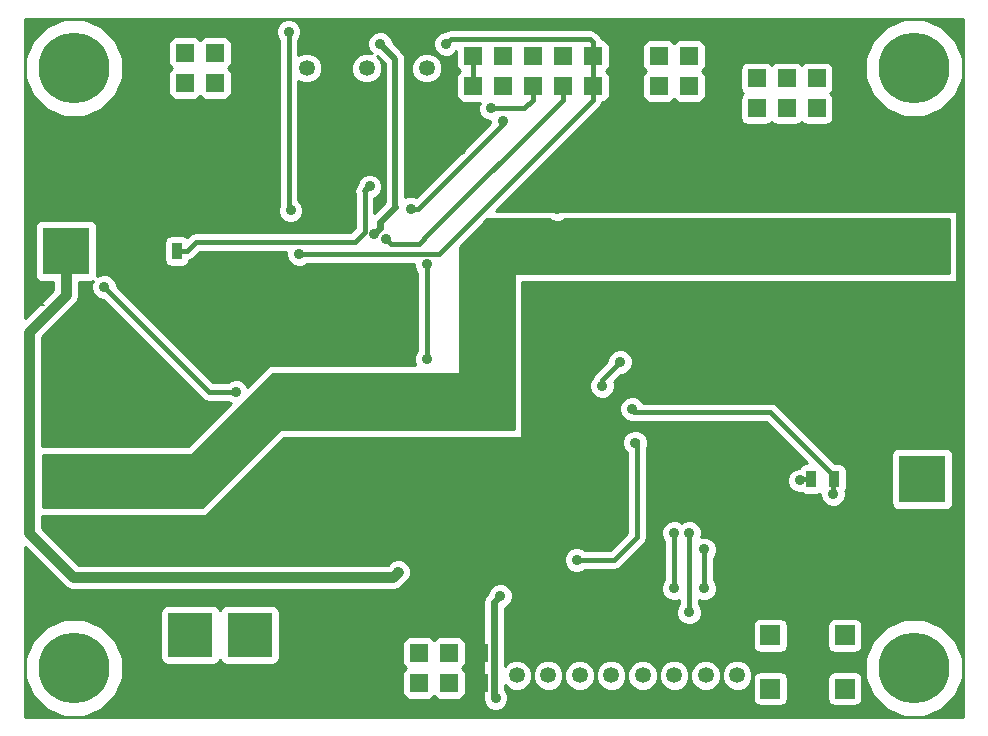
<source format=gbr>
G04 #@! TF.FileFunction,Copper,L1,Top,Signal*
%FSLAX46Y46*%
G04 Gerber Fmt 4.6, Leading zero omitted, Abs format (unit mm)*
G04 Created by KiCad (PCBNEW (2015-05-13 BZR 5653)-product) date 18. 11. 2015 7:39:15*
%MOMM*%
G01*
G04 APERTURE LIST*
%ADD10C,0.300000*%
%ADD11R,4.000000X4.000000*%
%ADD12C,1.350000*%
%ADD13R,1.524000X1.524000*%
%ADD14R,3.810000X3.810000*%
%ADD15C,6.000000*%
%ADD16R,0.889000X1.397000*%
%ADD17R,1.676400X1.676400*%
%ADD18C,0.600000*%
%ADD19C,0.890000*%
%ADD20C,0.400000*%
%ADD21C,0.890000*%
%ADD22C,0.180000*%
%ADD23C,0.600000*%
%ADD24C,0.500000*%
%ADD25C,0.254000*%
G04 APERTURE END LIST*
D10*
D11*
X4390000Y40384000D03*
X76890000Y40384000D03*
X4390000Y21084000D03*
X76890000Y21084000D03*
D12*
X24765000Y55880000D03*
X29845000Y55880000D03*
X34925000Y55880000D03*
X42545000Y4445000D03*
X45212000Y4445000D03*
X47879000Y4445000D03*
X50546000Y4445000D03*
X53213000Y4445000D03*
X55880000Y4445000D03*
X58547000Y4445000D03*
D13*
X19558000Y57150000D03*
X19558000Y54610000D03*
X17018000Y57150000D03*
X17018000Y54610000D03*
X14478000Y57150000D03*
X14478000Y54610000D03*
X11938000Y57150000D03*
X11938000Y54610000D03*
X49022000Y54356000D03*
X49022000Y56896000D03*
X38862000Y56896000D03*
X38862000Y54356000D03*
X43942000Y54356000D03*
X43942000Y56896000D03*
X46482000Y54356000D03*
X46482000Y56896000D03*
X41402000Y54356000D03*
X41402000Y56896000D03*
X31750000Y3810000D03*
X31750000Y6350000D03*
X34290000Y3810000D03*
X34290000Y6350000D03*
X36830000Y3810000D03*
X36830000Y6350000D03*
X39370000Y3810000D03*
X39370000Y6350000D03*
D14*
X14939000Y7874000D03*
X19939000Y7874000D03*
X14939000Y2921000D03*
X19939000Y2921000D03*
D13*
X62865000Y52451000D03*
X62865000Y54991000D03*
X65405000Y52451000D03*
X65405000Y54991000D03*
X67945000Y52451000D03*
X67945000Y54991000D03*
X59690000Y56896000D03*
X59690000Y54356000D03*
X57150000Y56896000D03*
X57150000Y54356000D03*
X54610000Y56896000D03*
X54610000Y54356000D03*
X52070000Y56896000D03*
X52070000Y54356000D03*
D15*
X76200000Y5080000D03*
X5080000Y55880000D03*
X5080000Y5080000D03*
X76200000Y55880000D03*
D16*
X11874500Y40386000D03*
X13779500Y40386000D03*
X69405500Y21082000D03*
X67500500Y21082000D03*
D17*
X70333000Y7838000D03*
X70333000Y3338000D03*
X64033000Y7838000D03*
X64033000Y3338000D03*
D13*
X70485000Y52451000D03*
X70485000Y54991000D03*
D18*
X27686000Y42545000D03*
X27686000Y44831000D03*
X26416000Y44831000D03*
X26416000Y42545000D03*
X27051000Y43688000D03*
D12*
X61214000Y4445000D03*
D19*
X51308000Y30988000D03*
X49784000Y28956000D03*
X18796000Y28448000D03*
X7620000Y37338000D03*
X32512000Y13208000D03*
X45974000Y43942000D03*
X45974000Y44958000D03*
X44450000Y45212000D03*
X42926000Y45212000D03*
X44704000Y46736000D03*
X64389000Y9652000D03*
X65532000Y9652000D03*
X68199000Y9144000D03*
X66548000Y9144000D03*
X59690000Y20320000D03*
X58420000Y21590000D03*
X56515000Y23495000D03*
X61468000Y18542000D03*
X65913000Y14859000D03*
X14478000Y42926000D03*
X12192000Y1524000D03*
X12192000Y3048000D03*
X12192000Y4318000D03*
X44704000Y18288000D03*
X46736000Y17780000D03*
X42418000Y16002000D03*
X42418000Y13208000D03*
X34030920Y16002000D03*
X36449000Y16002000D03*
X31623000Y16002000D03*
X24892000Y16002000D03*
X28194000Y16002000D03*
X10666806Y24765000D03*
X8890000Y24765000D03*
X12446000Y24765000D03*
X12446000Y26035000D03*
X9652000Y33147000D03*
X14224000Y33147000D03*
X15748000Y33147000D03*
X73787000Y50292000D03*
X72517000Y50292000D03*
X71501000Y50292000D03*
X70358000Y50292000D03*
X39370000Y15240000D03*
X39370000Y13716000D03*
X39370000Y11938000D03*
X18542000Y42418000D03*
X17526000Y42418000D03*
X9144000Y40386000D03*
X10541000Y40386000D03*
X10414000Y45720000D03*
X11684000Y45720000D03*
X11684000Y44450000D03*
X27686000Y21590000D03*
X26416000Y21590000D03*
X52578000Y37211000D03*
X51689000Y36322000D03*
X50800000Y35433000D03*
X55499000Y48133000D03*
X56134000Y48768000D03*
X56769000Y49403000D03*
X57404000Y50038000D03*
X9906000Y52578000D03*
X9906000Y53848000D03*
X9906000Y55118000D03*
X9906000Y56261000D03*
X9906000Y57404000D03*
X46228000Y48260000D03*
X37846000Y48895000D03*
X36703000Y48895000D03*
X35814000Y47752000D03*
X34671000Y47752000D03*
X35433000Y48895000D03*
X34290000Y48895000D03*
X16510000Y43180000D03*
X15494000Y42418000D03*
X14224000Y43942000D03*
X12954000Y43942000D03*
X24910607Y50101500D03*
X69469000Y14859000D03*
X43180000Y24003000D03*
X44196000Y25019000D03*
X48133000Y29845000D03*
X46609000Y30607000D03*
X52832000Y30861000D03*
X50165000Y22098000D03*
X50927000Y21209000D03*
X29972000Y21590000D03*
X31242000Y21590000D03*
X32258000Y21590000D03*
X28956000Y21590000D03*
X22987000Y2921000D03*
X24257000Y2921000D03*
X25400000Y2921000D03*
X26543000Y2921000D03*
X27686000Y2921000D03*
X28829000Y2921000D03*
X68326000Y27432000D03*
X69850000Y27432000D03*
X71374000Y27432000D03*
X72898000Y27432000D03*
X73660000Y26416000D03*
X74676000Y25146000D03*
X76200000Y25146000D03*
X77724000Y25146000D03*
X79248000Y25146000D03*
X79248000Y26416000D03*
X77724000Y26416000D03*
X76200000Y26416000D03*
X74930000Y26924000D03*
X74168000Y28194000D03*
X79502000Y17272000D03*
X77978000Y17272000D03*
X76454000Y17272000D03*
X74930000Y17272000D03*
X73152000Y18288000D03*
X71628000Y19050000D03*
X72136000Y17526000D03*
X73406000Y16510000D03*
X40386000Y52451000D03*
X34925000Y39243000D03*
X34925000Y31242000D03*
X40767000Y2540000D03*
X41148000Y11176000D03*
X69342000Y19812000D03*
X52324000Y27017010D03*
X23241000Y58934168D03*
X23421502Y43815000D03*
X30988000Y57912000D03*
X30494723Y41827200D03*
X36576000Y57912000D03*
X24130000Y40132000D03*
X31496000Y41402000D03*
X41402000Y51353464D03*
X33589556Y43942000D03*
X30099000Y45847000D03*
X66548000Y20955000D03*
X57150000Y9779000D03*
X57150000Y16510000D03*
X55880000Y11811000D03*
X55880000Y16510000D03*
X58420000Y11811000D03*
X58420000Y15113000D03*
X47625000Y14224000D03*
X52576971Y24168153D03*
D20*
X49784000Y29464000D02*
X51308000Y30988000D01*
X49784000Y28956000D02*
X49784000Y29464000D01*
X16510000Y28448000D02*
X7620000Y37338000D01*
X18796000Y28448000D02*
X16510000Y28448000D01*
D21*
X32067001Y12763001D02*
X32512000Y13208000D01*
X5016999Y12763001D02*
X32067001Y12763001D01*
X1270000Y16510000D02*
X5016999Y12763001D01*
X1270000Y33532824D02*
X1270000Y16510000D01*
X4390000Y36652824D02*
X1270000Y33532824D01*
X4390000Y40384000D02*
X4390000Y36652824D01*
D22*
X45974000Y44958000D02*
X45974000Y43942000D01*
X42926000Y45212000D02*
X44450000Y45212000D01*
X46228000Y48260000D02*
X44704000Y46736000D01*
X65532000Y9652000D02*
X64389000Y9652000D01*
X66548000Y9144000D02*
X68199000Y9144000D01*
X58420000Y21590000D02*
X59690000Y20320000D01*
X61468000Y18542000D02*
X56515000Y23114000D01*
X56515000Y23114000D02*
X56515000Y23495000D01*
X65913000Y14859000D02*
X69469000Y14859000D01*
X12192000Y3048000D02*
X12192000Y1524000D01*
X12192000Y4318000D02*
X12192000Y3302000D01*
X46736000Y17780000D02*
X45212000Y17780000D01*
X45212000Y17780000D02*
X44704000Y18288000D01*
X42418000Y13208000D02*
X42418000Y16002000D01*
X31623000Y16002000D02*
X34030920Y16002000D01*
X28194000Y16002000D02*
X24892000Y16002000D01*
X8890000Y24765000D02*
X10666806Y24765000D01*
X12446000Y26035000D02*
X12446000Y24765000D01*
X15748000Y33147000D02*
X14224000Y33147000D01*
X73787000Y50292000D02*
X75057000Y50292000D01*
X71501000Y50292000D02*
X72517000Y50292000D01*
X70485000Y52451000D02*
X70485000Y50419000D01*
X70485000Y50419000D02*
X70358000Y50292000D01*
X39370000Y11938000D02*
X39370000Y13716000D01*
X16510000Y43180000D02*
X17526000Y42418000D01*
X11874500Y40386000D02*
X10541000Y40386000D01*
X11684000Y44450000D02*
X11684000Y45720000D01*
X26416000Y21590000D02*
X27686000Y21590000D01*
X52578000Y37211000D02*
X52070000Y37338000D01*
X52070000Y37338000D02*
X51816000Y37592000D01*
X50800000Y35433000D02*
X51689000Y36322000D01*
X56134000Y48768000D02*
X55499000Y48133000D01*
X57404000Y50038000D02*
X56769000Y49403000D01*
X9906000Y53848000D02*
X9906000Y52578000D01*
X9906000Y55372000D02*
X9906000Y55118000D01*
X9906000Y57404000D02*
X9906000Y56261000D01*
X36703000Y48895000D02*
X37846000Y48895000D01*
X34671000Y47752000D02*
X35814000Y47752000D01*
X34290000Y48895000D02*
X35433000Y48895000D01*
X15494000Y42418000D02*
X16510000Y43180000D01*
X12954000Y43942000D02*
X14224000Y43942000D01*
X44196000Y25019000D02*
X43180000Y24003000D01*
X47371000Y29845000D02*
X48133000Y29845000D01*
X46609000Y30607000D02*
X47371000Y29845000D01*
X50165000Y21971000D02*
X50927000Y21209000D01*
X50165000Y22098000D02*
X50165000Y21971000D01*
X2119999Y44918999D02*
X1738999Y44918999D01*
X9906000Y52578000D02*
X2119999Y44918999D01*
X1738999Y44918999D02*
X1270000Y44450000D01*
X1270000Y44450000D02*
X1270000Y35814000D01*
X1270000Y35814000D02*
X2540000Y35814000D01*
X12065000Y4445000D02*
X12065000Y3556000D01*
X12065000Y3175000D02*
X12065000Y1977388D01*
X28956000Y21590000D02*
X29083000Y21590000D01*
X29972000Y21590000D02*
X31242000Y21590000D01*
X32258000Y21844000D02*
X33020000Y21336000D01*
X32258000Y21590000D02*
X32258000Y21844000D01*
D20*
X22987000Y2921000D02*
X24257000Y2921000D01*
X25400000Y2921000D02*
X26543000Y2921000D01*
X27686000Y2921000D02*
X28829000Y2921000D01*
X68326000Y27432000D02*
X69850000Y27432000D01*
X71374000Y27432000D02*
X72898000Y27432000D01*
X73660000Y26162000D02*
X74676000Y25146000D01*
X73660000Y26416000D02*
X73660000Y26162000D01*
X76200000Y25146000D02*
X77724000Y25146000D01*
X79248000Y25146000D02*
X79248000Y26416000D01*
X77724000Y26416000D02*
X76200000Y26416000D01*
X74930000Y27432000D02*
X74168000Y28194000D01*
X74930000Y26924000D02*
X74930000Y27432000D01*
X79502000Y17272000D02*
X77978000Y17272000D01*
X76454000Y17272000D02*
X74930000Y17272000D01*
X72390000Y18288000D02*
X71628000Y19050000D01*
X73152000Y18288000D02*
X72390000Y18288000D01*
X72390000Y17526000D02*
X73406000Y16510000D01*
X72136000Y17526000D02*
X72390000Y17526000D01*
X40386000Y52451000D02*
X43199000Y52451000D01*
X43199000Y52451000D02*
X43942000Y53194000D01*
X43942000Y53194000D02*
X43942000Y54356000D01*
X34925000Y39243000D02*
X34925000Y31242000D01*
D23*
X41148000Y11176000D02*
X40612001Y10640001D01*
X40612001Y10640001D02*
X40612001Y2694999D01*
X40612001Y2694999D02*
X40767000Y2540000D01*
D20*
X69469000Y21018500D02*
X69405500Y21082000D01*
X69405500Y21336000D02*
X69405500Y21082000D01*
X64017499Y26724001D02*
X69405500Y21336000D01*
X52523999Y26724001D02*
X64017499Y26724001D01*
X52324000Y26924000D02*
X52523999Y26724001D01*
X69342000Y21018500D02*
X69405500Y21082000D01*
X69342000Y19812000D02*
X69342000Y21018500D01*
X38862000Y54356000D02*
X38862000Y56896000D01*
X23241000Y44450000D02*
X23241000Y56731721D01*
X23241000Y58934168D02*
X23241000Y57658000D01*
X23241000Y57658000D02*
X23241000Y56731721D01*
X23241000Y43995502D02*
X23421502Y43815000D01*
X23241000Y44450000D02*
X23241000Y43995502D01*
D24*
X32258000Y56642000D02*
X32258000Y44069000D01*
X30988000Y57912000D02*
X32258000Y56642000D01*
D23*
X30994524Y42805524D02*
X32258000Y44069000D01*
X30994524Y42327001D02*
X30994524Y42805524D01*
X30494723Y41827200D02*
X30994524Y42327001D01*
D20*
X36576000Y57912000D02*
X37020499Y58356499D01*
X49022000Y58058000D02*
X49022000Y56896000D01*
X37020499Y58356499D02*
X48723501Y58356499D01*
X48723501Y58356499D02*
X49022000Y58058000D01*
X49022000Y54356000D02*
X49022000Y57912000D01*
X49022000Y53194000D02*
X49022000Y54356000D01*
X35960000Y40132000D02*
X49022000Y53194000D01*
X24130000Y40132000D02*
X35960000Y40132000D01*
X35168871Y41880871D02*
X46482000Y53194000D01*
X46482000Y53194000D02*
X46482000Y54356000D01*
X34245001Y40957001D02*
X35168871Y41880871D01*
X31940999Y40957001D02*
X34245001Y40957001D01*
X31496000Y41402000D02*
X31940999Y40957001D01*
X33589556Y43942000D02*
X34218881Y43942000D01*
X34218881Y43942000D02*
X41402000Y51125119D01*
X41402000Y51125119D02*
X41402000Y51353464D01*
X14624000Y40386000D02*
X15386000Y41148000D01*
X13779500Y40386000D02*
X14624000Y40386000D01*
X15386000Y41148000D02*
X28829000Y41148000D01*
X29690000Y42009000D02*
X29690000Y45438000D01*
X28829000Y41148000D02*
X29690000Y42009000D01*
D24*
X29690000Y45438000D02*
X30099000Y45847000D01*
D20*
X67373500Y20955000D02*
X67500500Y21082000D01*
X66675000Y21082000D02*
X66548000Y20955000D01*
X67500500Y21082000D02*
X66675000Y21082000D01*
X57150000Y16510000D02*
X57150000Y9779000D01*
X55880000Y16510000D02*
X55880000Y11811000D01*
X58420000Y15113000D02*
X58420000Y11811000D01*
X50800000Y14224000D02*
X52732510Y16156510D01*
X52732510Y16156510D02*
X52732510Y24257000D01*
X47625000Y14224000D02*
X50800000Y14224000D01*
D25*
G36*
X79121000Y38481000D02*
X42291000Y38481000D01*
X42291000Y25273000D01*
X22553395Y25273000D01*
X15949395Y18669000D01*
X2413000Y18669000D01*
X2413000Y22860000D01*
X2413000Y23114000D01*
X15038605Y23114000D01*
X21896605Y29972000D01*
X37719000Y29972000D01*
X37719000Y40721446D01*
X40050554Y43053000D01*
X45346733Y43053000D01*
X45365968Y43033732D01*
X45759830Y42870186D01*
X46186299Y42869814D01*
X46580446Y43032672D01*
X46600809Y43053000D01*
X79121000Y43053000D01*
X79121000Y38481000D01*
X79121000Y38481000D01*
G37*
X79121000Y38481000D02*
X42291000Y38481000D01*
X42291000Y25273000D01*
X22553395Y25273000D01*
X15949395Y18669000D01*
X2413000Y18669000D01*
X2413000Y22860000D01*
X2413000Y23114000D01*
X15038605Y23114000D01*
X21896605Y29972000D01*
X37719000Y29972000D01*
X37719000Y40721446D01*
X40050554Y43053000D01*
X45346733Y43053000D01*
X45365968Y43033732D01*
X45759830Y42870186D01*
X46186299Y42869814D01*
X46580446Y43032672D01*
X46600809Y43053000D01*
X79121000Y43053000D01*
X79121000Y38481000D01*
G36*
X18336389Y27478102D02*
X14726288Y23868000D01*
X2342000Y23868000D01*
X2342000Y33088788D01*
X5148018Y35894805D01*
X5148018Y35894806D01*
X5380399Y36242587D01*
X5461999Y36652824D01*
X5462000Y36652824D01*
X5462000Y37744716D01*
X6390000Y37744716D01*
X6629073Y37791102D01*
X6654273Y37807656D01*
X6548186Y37552170D01*
X6547814Y37125701D01*
X6710672Y36731554D01*
X7011968Y36429732D01*
X7405830Y36266186D01*
X7522361Y36266085D01*
X15925223Y27863222D01*
X16193521Y27683952D01*
X16510000Y27621000D01*
X18106841Y27621000D01*
X18187968Y27539732D01*
X18336389Y27478102D01*
X18336389Y27478102D01*
G37*
X18336389Y27478102D02*
X14726288Y23868000D01*
X2342000Y23868000D01*
X2342000Y33088788D01*
X5148018Y35894805D01*
X5148018Y35894806D01*
X5380399Y36242587D01*
X5461999Y36652824D01*
X5462000Y36652824D01*
X5462000Y37744716D01*
X6390000Y37744716D01*
X6629073Y37791102D01*
X6654273Y37807656D01*
X6548186Y37552170D01*
X6547814Y37125701D01*
X6710672Y36731554D01*
X7011968Y36429732D01*
X7405830Y36266186D01*
X7522361Y36266085D01*
X15925223Y27863222D01*
X16193521Y27683952D01*
X16510000Y27621000D01*
X18106841Y27621000D01*
X18187968Y27539732D01*
X18336389Y27478102D01*
G36*
X80349000Y931000D02*
X80327715Y931000D01*
X80327715Y5897310D01*
X80327715Y56697310D01*
X79700741Y58214704D01*
X78540810Y59376660D01*
X77024513Y60006282D01*
X75382690Y60007715D01*
X73865296Y59380741D01*
X72703340Y58220810D01*
X72073718Y56704513D01*
X72072285Y55062690D01*
X72699259Y53545296D01*
X73859190Y52383340D01*
X75375487Y51753718D01*
X77017310Y51752285D01*
X78534704Y52379259D01*
X79696660Y53539190D01*
X80326282Y55055487D01*
X80327715Y56697310D01*
X80327715Y5897310D01*
X79700741Y7414704D01*
X79529284Y7586460D01*
X79529284Y19084000D01*
X79529284Y23084000D01*
X79482898Y23323073D01*
X79344870Y23533196D01*
X79136495Y23673851D01*
X78890000Y23723284D01*
X74890000Y23723284D01*
X74650927Y23676898D01*
X74440804Y23538870D01*
X74300149Y23330495D01*
X74250716Y23084000D01*
X74250716Y19084000D01*
X74297102Y18844927D01*
X74435130Y18634804D01*
X74643505Y18494149D01*
X74890000Y18444716D01*
X78890000Y18444716D01*
X79129073Y18491102D01*
X79339196Y18629130D01*
X79479851Y18837505D01*
X79529284Y19084000D01*
X79529284Y7586460D01*
X78540810Y8576660D01*
X77024513Y9206282D01*
X75382690Y9207715D01*
X73865296Y8580741D01*
X72703340Y7420810D01*
X72073718Y5904513D01*
X72072285Y4262690D01*
X72699259Y2745296D01*
X73859190Y1583340D01*
X75375487Y953718D01*
X77017310Y952285D01*
X78534704Y1579259D01*
X79696660Y2739190D01*
X80326282Y4255487D01*
X80327715Y5897310D01*
X80327715Y931000D01*
X71810484Y931000D01*
X71810484Y2499800D01*
X71810484Y4176200D01*
X71810484Y6999800D01*
X71810484Y8676200D01*
X71764098Y8915273D01*
X71626070Y9125396D01*
X71417695Y9266051D01*
X71171200Y9315484D01*
X70489284Y9315484D01*
X70489284Y20383500D01*
X70489284Y21780500D01*
X70442898Y22019573D01*
X70304870Y22229696D01*
X70096495Y22370351D01*
X69850000Y22419784D01*
X69491270Y22419784D01*
X64602276Y27308778D01*
X64333978Y27488049D01*
X64017499Y27551001D01*
X53263265Y27551001D01*
X53233328Y27623456D01*
X52932032Y27925278D01*
X52538170Y28088824D01*
X52380186Y28088961D01*
X52380186Y31200299D01*
X52217328Y31594446D01*
X51916032Y31896268D01*
X51522170Y32059814D01*
X51095701Y32060186D01*
X50701554Y31897328D01*
X50399732Y31596032D01*
X50236186Y31202170D01*
X50236084Y31085640D01*
X49199223Y30048777D01*
X49019952Y29780479D01*
X49001963Y29690044D01*
X48875732Y29564032D01*
X48712186Y29170170D01*
X48711814Y28743701D01*
X48874672Y28349554D01*
X49175968Y28047732D01*
X49569830Y27884186D01*
X49996299Y27883814D01*
X50390446Y28046672D01*
X50692268Y28347968D01*
X50855814Y28741830D01*
X50856186Y29168299D01*
X50798197Y29308643D01*
X51405468Y29915915D01*
X51520299Y29915814D01*
X51914446Y30078672D01*
X52216268Y30379968D01*
X52379814Y30773830D01*
X52380186Y31200299D01*
X52380186Y28088961D01*
X52111701Y28089196D01*
X51717554Y27926338D01*
X51415732Y27625042D01*
X51252186Y27231180D01*
X51251814Y26804711D01*
X51414672Y26410564D01*
X51715968Y26108742D01*
X52109830Y25945196D01*
X52282465Y25945046D01*
X52282466Y25945046D01*
X52523999Y25897001D01*
X63674945Y25897001D01*
X67152162Y22419784D01*
X67056000Y22419784D01*
X66816927Y22373398D01*
X66606804Y22235370D01*
X66466201Y22027073D01*
X66335701Y22027186D01*
X65941554Y21864328D01*
X65639732Y21563032D01*
X65476186Y21169170D01*
X65475814Y20742701D01*
X65638672Y20348554D01*
X65939968Y20046732D01*
X66333830Y19883186D01*
X66677303Y19882887D01*
X66809505Y19793649D01*
X67056000Y19744216D01*
X67945000Y19744216D01*
X68184073Y19790602D01*
X68270029Y19847067D01*
X68269814Y19599701D01*
X68432672Y19205554D01*
X68733968Y18903732D01*
X69127830Y18740186D01*
X69554299Y18739814D01*
X69948446Y18902672D01*
X70250268Y19203968D01*
X70413814Y19597830D01*
X70414186Y20024299D01*
X70395044Y20070626D01*
X70439851Y20137005D01*
X70489284Y20383500D01*
X70489284Y9315484D01*
X69494800Y9315484D01*
X69255727Y9269098D01*
X69045604Y9131070D01*
X68904949Y8922695D01*
X68855516Y8676200D01*
X68855516Y6999800D01*
X68901902Y6760727D01*
X69039930Y6550604D01*
X69248305Y6409949D01*
X69494800Y6360516D01*
X71171200Y6360516D01*
X71410273Y6406902D01*
X71620396Y6544930D01*
X71761051Y6753305D01*
X71810484Y6999800D01*
X71810484Y4176200D01*
X71764098Y4415273D01*
X71626070Y4625396D01*
X71417695Y4766051D01*
X71171200Y4815484D01*
X69494800Y4815484D01*
X69255727Y4769098D01*
X69045604Y4631070D01*
X68904949Y4422695D01*
X68855516Y4176200D01*
X68855516Y2499800D01*
X68901902Y2260727D01*
X69039930Y2050604D01*
X69248305Y1909949D01*
X69494800Y1860516D01*
X71171200Y1860516D01*
X71410273Y1906902D01*
X71620396Y2044930D01*
X71761051Y2253305D01*
X71810484Y2499800D01*
X71810484Y931000D01*
X65510484Y931000D01*
X65510484Y2499800D01*
X65510484Y4176200D01*
X65510484Y6999800D01*
X65510484Y8676200D01*
X65464098Y8915273D01*
X65326070Y9125396D01*
X65117695Y9266051D01*
X64871200Y9315484D01*
X63194800Y9315484D01*
X62955727Y9269098D01*
X62745604Y9131070D01*
X62604949Y8922695D01*
X62555516Y8676200D01*
X62555516Y6999800D01*
X62601902Y6760727D01*
X62739930Y6550604D01*
X62948305Y6409949D01*
X63194800Y6360516D01*
X64871200Y6360516D01*
X65110273Y6406902D01*
X65320396Y6544930D01*
X65461051Y6753305D01*
X65510484Y6999800D01*
X65510484Y4176200D01*
X65464098Y4415273D01*
X65326070Y4625396D01*
X65117695Y4766051D01*
X64871200Y4815484D01*
X63194800Y4815484D01*
X62955727Y4769098D01*
X62745604Y4631070D01*
X62604949Y4422695D01*
X62555516Y4176200D01*
X62555516Y2499800D01*
X62601902Y2260727D01*
X62739930Y2050604D01*
X62948305Y1909949D01*
X63194800Y1860516D01*
X64871200Y1860516D01*
X65110273Y1906902D01*
X65320396Y2044930D01*
X65461051Y2253305D01*
X65510484Y2499800D01*
X65510484Y931000D01*
X62516226Y931000D01*
X62516226Y4702848D01*
X62318426Y5181560D01*
X61952487Y5548139D01*
X61474120Y5746774D01*
X60956152Y5747226D01*
X60477440Y5549426D01*
X60110861Y5183487D01*
X59912226Y4705120D01*
X59911774Y4187152D01*
X60109574Y3708440D01*
X60475513Y3341861D01*
X60953880Y3143226D01*
X61471848Y3142774D01*
X61950560Y3340574D01*
X62317139Y3706513D01*
X62515774Y4184880D01*
X62516226Y4702848D01*
X62516226Y931000D01*
X59849226Y931000D01*
X59849226Y4702848D01*
X59651426Y5181560D01*
X59492186Y5341078D01*
X59492186Y12023299D01*
X59329328Y12417446D01*
X59247000Y12499917D01*
X59247000Y14423842D01*
X59328268Y14504968D01*
X59491814Y14898830D01*
X59492186Y15325299D01*
X59329328Y15719446D01*
X59028032Y16021268D01*
X58634170Y16184814D01*
X58207701Y16185186D01*
X58169278Y16169311D01*
X58221814Y16295830D01*
X58222186Y16722299D01*
X58059328Y17116446D01*
X57758032Y17418268D01*
X57364170Y17581814D01*
X56937701Y17582186D01*
X56543554Y17419328D01*
X56515214Y17391038D01*
X56488032Y17418268D01*
X56094170Y17581814D01*
X55667701Y17582186D01*
X55273554Y17419328D01*
X54971732Y17118032D01*
X54808186Y16724170D01*
X54807814Y16297701D01*
X54970672Y15903554D01*
X55053000Y15821082D01*
X55053000Y12500159D01*
X54971732Y12419032D01*
X54808186Y12025170D01*
X54807814Y11598701D01*
X54970672Y11204554D01*
X55271968Y10902732D01*
X55665830Y10739186D01*
X56092299Y10738814D01*
X56323000Y10834138D01*
X56323000Y10468159D01*
X56241732Y10387032D01*
X56078186Y9993170D01*
X56077814Y9566701D01*
X56240672Y9172554D01*
X56541968Y8870732D01*
X56935830Y8707186D01*
X57362299Y8706814D01*
X57756446Y8869672D01*
X58058268Y9170968D01*
X58221814Y9564830D01*
X58222186Y9991299D01*
X58059328Y10385446D01*
X57977000Y10467917D01*
X57977000Y10834205D01*
X58205830Y10739186D01*
X58632299Y10738814D01*
X59026446Y10901672D01*
X59328268Y11202968D01*
X59491814Y11596830D01*
X59492186Y12023299D01*
X59492186Y5341078D01*
X59285487Y5548139D01*
X58807120Y5746774D01*
X58289152Y5747226D01*
X57810440Y5549426D01*
X57443861Y5183487D01*
X57245226Y4705120D01*
X57244774Y4187152D01*
X57442574Y3708440D01*
X57808513Y3341861D01*
X58286880Y3143226D01*
X58804848Y3142774D01*
X59283560Y3340574D01*
X59650139Y3706513D01*
X59848774Y4184880D01*
X59849226Y4702848D01*
X59849226Y931000D01*
X57182226Y931000D01*
X57182226Y4702848D01*
X56984426Y5181560D01*
X56618487Y5548139D01*
X56140120Y5746774D01*
X55622152Y5747226D01*
X55143440Y5549426D01*
X54776861Y5183487D01*
X54578226Y4705120D01*
X54577774Y4187152D01*
X54775574Y3708440D01*
X55141513Y3341861D01*
X55619880Y3143226D01*
X56137848Y3142774D01*
X56616560Y3340574D01*
X56983139Y3706513D01*
X57181774Y4184880D01*
X57182226Y4702848D01*
X57182226Y931000D01*
X54515226Y931000D01*
X54515226Y4702848D01*
X54317426Y5181560D01*
X53951487Y5548139D01*
X53649157Y5673677D01*
X53649157Y24380452D01*
X53486299Y24774599D01*
X53185003Y25076421D01*
X52791141Y25239967D01*
X52364672Y25240339D01*
X51970525Y25077481D01*
X51668703Y24776185D01*
X51505157Y24382323D01*
X51504785Y23955854D01*
X51667643Y23561707D01*
X51905510Y23323424D01*
X51905510Y16499064D01*
X50457446Y15051000D01*
X48314158Y15051000D01*
X48233032Y15132268D01*
X47839170Y15295814D01*
X47412701Y15296186D01*
X47018554Y15133328D01*
X46716732Y14832032D01*
X46553186Y14438170D01*
X46552814Y14011701D01*
X46715672Y13617554D01*
X47016968Y13315732D01*
X47410830Y13152186D01*
X47837299Y13151814D01*
X48231446Y13314672D01*
X48313917Y13397000D01*
X50800000Y13397000D01*
X51116479Y13459952D01*
X51384777Y13639223D01*
X53317287Y15571733D01*
X53496558Y15840031D01*
X53559510Y16156510D01*
X53559510Y23738986D01*
X53648785Y23953983D01*
X53649157Y24380452D01*
X53649157Y5673677D01*
X53473120Y5746774D01*
X52955152Y5747226D01*
X52476440Y5549426D01*
X52109861Y5183487D01*
X51911226Y4705120D01*
X51910774Y4187152D01*
X52108574Y3708440D01*
X52474513Y3341861D01*
X52952880Y3143226D01*
X53470848Y3142774D01*
X53949560Y3340574D01*
X54316139Y3706513D01*
X54514774Y4184880D01*
X54515226Y4702848D01*
X54515226Y931000D01*
X51848226Y931000D01*
X51848226Y4702848D01*
X51650426Y5181560D01*
X51284487Y5548139D01*
X50806120Y5746774D01*
X50288152Y5747226D01*
X49809440Y5549426D01*
X49442861Y5183487D01*
X49244226Y4705120D01*
X49243774Y4187152D01*
X49441574Y3708440D01*
X49807513Y3341861D01*
X50285880Y3143226D01*
X50803848Y3142774D01*
X51282560Y3340574D01*
X51649139Y3706513D01*
X51847774Y4184880D01*
X51848226Y4702848D01*
X51848226Y931000D01*
X49181226Y931000D01*
X49181226Y4702848D01*
X48983426Y5181560D01*
X48617487Y5548139D01*
X48139120Y5746774D01*
X47621152Y5747226D01*
X47142440Y5549426D01*
X46775861Y5183487D01*
X46577226Y4705120D01*
X46576774Y4187152D01*
X46774574Y3708440D01*
X47140513Y3341861D01*
X47618880Y3143226D01*
X48136848Y3142774D01*
X48615560Y3340574D01*
X48982139Y3706513D01*
X49180774Y4184880D01*
X49181226Y4702848D01*
X49181226Y931000D01*
X46514226Y931000D01*
X46514226Y4702848D01*
X46316426Y5181560D01*
X45950487Y5548139D01*
X45472120Y5746774D01*
X44954152Y5747226D01*
X44475440Y5549426D01*
X44108861Y5183487D01*
X43910226Y4705120D01*
X43909774Y4187152D01*
X44107574Y3708440D01*
X44473513Y3341861D01*
X44951880Y3143226D01*
X45469848Y3142774D01*
X45948560Y3340574D01*
X46315139Y3706513D01*
X46513774Y4184880D01*
X46514226Y4702848D01*
X46514226Y931000D01*
X43847226Y931000D01*
X43847226Y4702848D01*
X43649426Y5181560D01*
X43283487Y5548139D01*
X42805120Y5746774D01*
X42287152Y5747226D01*
X41808440Y5549426D01*
X41539001Y5280458D01*
X41539001Y10177653D01*
X41754446Y10266672D01*
X42056268Y10567968D01*
X42219814Y10961830D01*
X42220186Y11388299D01*
X42057328Y11782446D01*
X41756032Y12084268D01*
X41362170Y12247814D01*
X40935701Y12248186D01*
X40541554Y12085328D01*
X40239732Y11784032D01*
X40093932Y11432909D01*
X39956513Y11295489D01*
X39755565Y10994749D01*
X39685001Y10640001D01*
X39685001Y2694999D01*
X39695090Y2644278D01*
X39694814Y2327701D01*
X39857672Y1933554D01*
X40158968Y1631732D01*
X40552830Y1468186D01*
X40979299Y1467814D01*
X41373446Y1630672D01*
X41675268Y1931968D01*
X41838814Y2325830D01*
X41839186Y2752299D01*
X41676328Y3146446D01*
X41539001Y3284012D01*
X41539001Y3609840D01*
X41806513Y3341861D01*
X42284880Y3143226D01*
X42802848Y3142774D01*
X43281560Y3340574D01*
X43648139Y3706513D01*
X43846774Y4184880D01*
X43847226Y4702848D01*
X43847226Y931000D01*
X38231284Y931000D01*
X38231284Y3048000D01*
X38231284Y4572000D01*
X38184898Y4811073D01*
X38046870Y5021196D01*
X37960030Y5079814D01*
X38041196Y5133130D01*
X38181851Y5341505D01*
X38231284Y5588000D01*
X38231284Y7112000D01*
X38184898Y7351073D01*
X38046870Y7561196D01*
X37838495Y7701851D01*
X37592000Y7751284D01*
X36068000Y7751284D01*
X35828927Y7704898D01*
X35618804Y7566870D01*
X35560186Y7480031D01*
X35506870Y7561196D01*
X35298495Y7701851D01*
X35052000Y7751284D01*
X33528000Y7751284D01*
X33288927Y7704898D01*
X33078804Y7566870D01*
X32938149Y7358495D01*
X32888716Y7112000D01*
X32888716Y5588000D01*
X32935102Y5348927D01*
X33073130Y5138804D01*
X33159969Y5080187D01*
X33078804Y5026870D01*
X32938149Y4818495D01*
X32888716Y4572000D01*
X32888716Y3048000D01*
X32935102Y2808927D01*
X33073130Y2598804D01*
X33281505Y2458149D01*
X33528000Y2408716D01*
X35052000Y2408716D01*
X35291073Y2455102D01*
X35501196Y2593130D01*
X35559813Y2679970D01*
X35613130Y2598804D01*
X35821505Y2458149D01*
X36068000Y2408716D01*
X37592000Y2408716D01*
X37831073Y2455102D01*
X38041196Y2593130D01*
X38181851Y2801505D01*
X38231284Y3048000D01*
X38231284Y931000D01*
X22483284Y931000D01*
X22483284Y5969000D01*
X22483284Y9779000D01*
X22436898Y10018073D01*
X22298870Y10228196D01*
X22090495Y10368851D01*
X21844000Y10418284D01*
X18034000Y10418284D01*
X17794927Y10371898D01*
X17584804Y10233870D01*
X17444149Y10025495D01*
X17439731Y10003469D01*
X17436898Y10018073D01*
X17298870Y10228196D01*
X17090495Y10368851D01*
X16844000Y10418284D01*
X13034000Y10418284D01*
X12794927Y10371898D01*
X12584804Y10233870D01*
X12444149Y10025495D01*
X12394716Y9779000D01*
X12394716Y5969000D01*
X12441102Y5729927D01*
X12579130Y5519804D01*
X12787505Y5379149D01*
X13034000Y5329716D01*
X16844000Y5329716D01*
X17083073Y5376102D01*
X17293196Y5514130D01*
X17433851Y5722505D01*
X17438268Y5744532D01*
X17441102Y5729927D01*
X17579130Y5519804D01*
X17787505Y5379149D01*
X18034000Y5329716D01*
X21844000Y5329716D01*
X22083073Y5376102D01*
X22293196Y5514130D01*
X22433851Y5722505D01*
X22483284Y5969000D01*
X22483284Y931000D01*
X9207715Y931000D01*
X9207715Y5897310D01*
X8580741Y7414704D01*
X7420810Y8576660D01*
X5904513Y9206282D01*
X4262690Y9207715D01*
X2745296Y8580741D01*
X1583340Y7420810D01*
X953718Y5904513D01*
X952285Y4262690D01*
X1579259Y2745296D01*
X2739190Y1583340D01*
X4255487Y953718D01*
X5897310Y952285D01*
X7414704Y1579259D01*
X8576660Y2739190D01*
X9206282Y4255487D01*
X9207715Y5897310D01*
X9207715Y931000D01*
X931000Y931000D01*
X931000Y15332963D01*
X4258981Y12004982D01*
X4467460Y11865681D01*
X4606762Y11772602D01*
X4606763Y11772602D01*
X5016999Y11691001D01*
X32067001Y11691001D01*
X32067001Y11691002D01*
X32477237Y11772602D01*
X32477238Y11772602D01*
X32825019Y12004983D01*
X33269356Y12449320D01*
X33270019Y12449982D01*
X33420268Y12599968D01*
X33502399Y12797764D01*
X33583814Y12993830D01*
X33584000Y13208000D01*
X33584186Y13420299D01*
X33502399Y13618237D01*
X33421328Y13814446D01*
X33270019Y13966019D01*
X33120032Y14116268D01*
X32726170Y14279814D01*
X32299701Y14280186D01*
X31905554Y14117328D01*
X31622734Y13835001D01*
X5461035Y13835001D01*
X2342000Y16954036D01*
X2342000Y17915000D01*
X16261712Y17915000D01*
X22865712Y24519000D01*
X43045000Y24519000D01*
X43045000Y37727000D01*
X79875000Y37727000D01*
X79875000Y43807000D01*
X69346284Y43807000D01*
X69346284Y51689000D01*
X69346284Y53213000D01*
X69299898Y53452073D01*
X69161870Y53662196D01*
X69075030Y53720814D01*
X69156196Y53774130D01*
X69296851Y53982505D01*
X69346284Y54229000D01*
X69346284Y55753000D01*
X69299898Y55992073D01*
X69161870Y56202196D01*
X68953495Y56342851D01*
X68707000Y56392284D01*
X67183000Y56392284D01*
X66943927Y56345898D01*
X66733804Y56207870D01*
X66675186Y56121031D01*
X66621870Y56202196D01*
X66413495Y56342851D01*
X66167000Y56392284D01*
X64643000Y56392284D01*
X64403927Y56345898D01*
X64193804Y56207870D01*
X64135186Y56121031D01*
X64081870Y56202196D01*
X63873495Y56342851D01*
X63627000Y56392284D01*
X62103000Y56392284D01*
X61863927Y56345898D01*
X61653804Y56207870D01*
X61513149Y55999495D01*
X61463716Y55753000D01*
X61463716Y54229000D01*
X61510102Y53989927D01*
X61648130Y53779804D01*
X61734969Y53721187D01*
X61653804Y53667870D01*
X61513149Y53459495D01*
X61463716Y53213000D01*
X61463716Y51689000D01*
X61510102Y51449927D01*
X61648130Y51239804D01*
X61856505Y51099149D01*
X62103000Y51049716D01*
X63627000Y51049716D01*
X63866073Y51096102D01*
X64076196Y51234130D01*
X64134813Y51320970D01*
X64188130Y51239804D01*
X64396505Y51099149D01*
X64643000Y51049716D01*
X66167000Y51049716D01*
X66406073Y51096102D01*
X66616196Y51234130D01*
X66674813Y51320970D01*
X66728130Y51239804D01*
X66936505Y51099149D01*
X67183000Y51049716D01*
X68707000Y51049716D01*
X68946073Y51096102D01*
X69156196Y51234130D01*
X69296851Y51442505D01*
X69346284Y51689000D01*
X69346284Y43807000D01*
X58551284Y43807000D01*
X58551284Y53594000D01*
X58551284Y55118000D01*
X58504898Y55357073D01*
X58366870Y55567196D01*
X58280030Y55625814D01*
X58361196Y55679130D01*
X58501851Y55887505D01*
X58551284Y56134000D01*
X58551284Y57658000D01*
X58504898Y57897073D01*
X58366870Y58107196D01*
X58158495Y58247851D01*
X57912000Y58297284D01*
X56388000Y58297284D01*
X56148927Y58250898D01*
X55938804Y58112870D01*
X55880186Y58026031D01*
X55826870Y58107196D01*
X55618495Y58247851D01*
X55372000Y58297284D01*
X53848000Y58297284D01*
X53608927Y58250898D01*
X53398804Y58112870D01*
X53258149Y57904495D01*
X53208716Y57658000D01*
X53208716Y56134000D01*
X53255102Y55894927D01*
X53393130Y55684804D01*
X53479969Y55626187D01*
X53398804Y55572870D01*
X53258149Y55364495D01*
X53208716Y55118000D01*
X53208716Y53594000D01*
X53255102Y53354927D01*
X53393130Y53144804D01*
X53601505Y53004149D01*
X53848000Y52954716D01*
X55372000Y52954716D01*
X55611073Y53001102D01*
X55821196Y53139130D01*
X55879813Y53225970D01*
X55933130Y53144804D01*
X56141505Y53004149D01*
X56388000Y52954716D01*
X57912000Y52954716D01*
X58151073Y53001102D01*
X58361196Y53139130D01*
X58501851Y53347505D01*
X58551284Y53594000D01*
X58551284Y43807000D01*
X40804554Y43807000D01*
X49606777Y52609223D01*
X49606778Y52609223D01*
X49786048Y52877521D01*
X49802101Y52958229D01*
X50023073Y53001102D01*
X50233196Y53139130D01*
X50373851Y53347505D01*
X50423284Y53594000D01*
X50423284Y55118000D01*
X50376898Y55357073D01*
X50238870Y55567196D01*
X50152030Y55625814D01*
X50233196Y55679130D01*
X50373851Y55887505D01*
X50423284Y56134000D01*
X50423284Y57658000D01*
X50376898Y57897073D01*
X50238870Y58107196D01*
X50030495Y58247851D01*
X49802126Y58293649D01*
X49786048Y58374479D01*
X49606777Y58642777D01*
X49606777Y58642778D01*
X49308278Y58941276D01*
X49039980Y59120547D01*
X48723501Y59183499D01*
X37020499Y59183499D01*
X36704020Y59120547D01*
X36499763Y58984068D01*
X36499762Y58984068D01*
X36363701Y58984186D01*
X35969554Y58821328D01*
X35667732Y58520032D01*
X35504186Y58126170D01*
X35503814Y57699701D01*
X35666672Y57305554D01*
X35967968Y57003732D01*
X36361830Y56840186D01*
X36788299Y56839814D01*
X37182446Y57002672D01*
X37460716Y57280458D01*
X37460716Y56134000D01*
X37507102Y55894927D01*
X37645130Y55684804D01*
X37731969Y55626187D01*
X37650804Y55572870D01*
X37510149Y55364495D01*
X37460716Y55118000D01*
X37460716Y53594000D01*
X37507102Y53354927D01*
X37645130Y53144804D01*
X37853505Y53004149D01*
X38100000Y52954716D01*
X39434416Y52954716D01*
X39314186Y52665170D01*
X39313814Y52238701D01*
X39476672Y51844554D01*
X39777968Y51542732D01*
X40171830Y51379186D01*
X40330021Y51379049D01*
X40329884Y51222559D01*
X36227226Y47119901D01*
X36227226Y56137848D01*
X36029426Y56616560D01*
X35663487Y56983139D01*
X35185120Y57181774D01*
X34667152Y57182226D01*
X34188440Y56984426D01*
X33821861Y56618487D01*
X33623226Y56140120D01*
X33622774Y55622152D01*
X33820574Y55143440D01*
X34186513Y54776861D01*
X34664880Y54578226D01*
X35182848Y54577774D01*
X35661560Y54775574D01*
X36028139Y55141513D01*
X36226774Y55619880D01*
X36227226Y56137848D01*
X36227226Y47119901D01*
X34028009Y44920684D01*
X33803726Y45013814D01*
X33377257Y45014186D01*
X33135000Y44914088D01*
X33135000Y56642000D01*
X33068242Y56977613D01*
X33068242Y56977614D01*
X32992094Y57091576D01*
X32878133Y57262133D01*
X32878129Y57262136D01*
X32060147Y58080119D01*
X32060186Y58124299D01*
X31897328Y58518446D01*
X31596032Y58820268D01*
X31202170Y58983814D01*
X30775701Y58984186D01*
X30381554Y58821328D01*
X30079732Y58520032D01*
X29916186Y58126170D01*
X29915814Y57699701D01*
X30078672Y57305554D01*
X30270992Y57112898D01*
X30105120Y57181774D01*
X29587152Y57182226D01*
X29108440Y56984426D01*
X28741861Y56618487D01*
X28543226Y56140120D01*
X28542774Y55622152D01*
X28740574Y55143440D01*
X29106513Y54776861D01*
X29584880Y54578226D01*
X30102848Y54577774D01*
X30581560Y54775574D01*
X30948139Y55141513D01*
X31146774Y55619880D01*
X31147226Y56137848D01*
X30949426Y56616560D01*
X30692462Y56873973D01*
X30773830Y56840186D01*
X30819588Y56840147D01*
X31381000Y56278734D01*
X31381000Y44502976D01*
X30517000Y43638976D01*
X30517000Y44859808D01*
X30705446Y44937672D01*
X31007268Y45238968D01*
X31170814Y45632830D01*
X31171186Y46059299D01*
X31008328Y46453446D01*
X30707032Y46755268D01*
X30313170Y46918814D01*
X29886701Y46919186D01*
X29492554Y46756328D01*
X29190732Y46455032D01*
X29027186Y46061170D01*
X29027127Y45994169D01*
X28879758Y45773613D01*
X28813000Y45438000D01*
X28863000Y45186634D01*
X28863000Y42351554D01*
X28486446Y41975000D01*
X26067226Y41975000D01*
X26067226Y56137848D01*
X25869426Y56616560D01*
X25503487Y56983139D01*
X25025120Y57181774D01*
X24507152Y57182226D01*
X24068000Y57000772D01*
X24068000Y57658000D01*
X24068000Y58245010D01*
X24149268Y58326136D01*
X24312814Y58719998D01*
X24313186Y59146467D01*
X24150328Y59540614D01*
X23849032Y59842436D01*
X23455170Y60005982D01*
X23028701Y60006354D01*
X22634554Y59843496D01*
X22332732Y59542200D01*
X22169186Y59148338D01*
X22168814Y58721869D01*
X22331672Y58327722D01*
X22414000Y58245250D01*
X22414000Y57658000D01*
X22414000Y56731721D01*
X22414000Y44450000D01*
X22414000Y44184051D01*
X22349688Y44029170D01*
X22349316Y43602701D01*
X22512174Y43208554D01*
X22813470Y42906732D01*
X23207332Y42743186D01*
X23633801Y42742814D01*
X24027948Y42905672D01*
X24329770Y43206968D01*
X24493316Y43600830D01*
X24493688Y44027299D01*
X24330830Y44421446D01*
X24068000Y44684734D01*
X24068000Y54759634D01*
X24504880Y54578226D01*
X25022848Y54577774D01*
X25501560Y54775574D01*
X25868139Y55141513D01*
X26066774Y55619880D01*
X26067226Y56137848D01*
X26067226Y41975000D01*
X18419284Y41975000D01*
X18419284Y53848000D01*
X18419284Y55372000D01*
X18372898Y55611073D01*
X18234870Y55821196D01*
X18148030Y55879814D01*
X18229196Y55933130D01*
X18369851Y56141505D01*
X18419284Y56388000D01*
X18419284Y57912000D01*
X18372898Y58151073D01*
X18234870Y58361196D01*
X18026495Y58501851D01*
X17780000Y58551284D01*
X16256000Y58551284D01*
X16016927Y58504898D01*
X15806804Y58366870D01*
X15748186Y58280031D01*
X15694870Y58361196D01*
X15486495Y58501851D01*
X15240000Y58551284D01*
X13716000Y58551284D01*
X13476927Y58504898D01*
X13266804Y58366870D01*
X13126149Y58158495D01*
X13076716Y57912000D01*
X13076716Y56388000D01*
X13123102Y56148927D01*
X13261130Y55938804D01*
X13347969Y55880187D01*
X13266804Y55826870D01*
X13126149Y55618495D01*
X13076716Y55372000D01*
X13076716Y53848000D01*
X13123102Y53608927D01*
X13261130Y53398804D01*
X13469505Y53258149D01*
X13716000Y53208716D01*
X15240000Y53208716D01*
X15479073Y53255102D01*
X15689196Y53393130D01*
X15747813Y53479970D01*
X15801130Y53398804D01*
X16009505Y53258149D01*
X16256000Y53208716D01*
X17780000Y53208716D01*
X18019073Y53255102D01*
X18229196Y53393130D01*
X18369851Y53601505D01*
X18419284Y53848000D01*
X18419284Y41975000D01*
X15386000Y41975000D01*
X15069521Y41912048D01*
X14801223Y41732777D01*
X14633062Y41564617D01*
X14470495Y41674351D01*
X14224000Y41723784D01*
X13335000Y41723784D01*
X13095927Y41677398D01*
X12885804Y41539370D01*
X12745149Y41330995D01*
X12695716Y41084500D01*
X12695716Y39687500D01*
X12742102Y39448427D01*
X12880130Y39238304D01*
X13088505Y39097649D01*
X13335000Y39048216D01*
X14224000Y39048216D01*
X14463073Y39094602D01*
X14673196Y39232630D01*
X14813851Y39441005D01*
X14846385Y39603236D01*
X14940479Y39621952D01*
X15208777Y39801223D01*
X15728554Y40321000D01*
X23058164Y40321000D01*
X23057814Y39919701D01*
X23220672Y39525554D01*
X23521968Y39223732D01*
X23915830Y39060186D01*
X24342299Y39059814D01*
X24736446Y39222672D01*
X24818917Y39305000D01*
X33853053Y39305000D01*
X33852814Y39030701D01*
X34015672Y38636554D01*
X34098000Y38554082D01*
X34098000Y31931159D01*
X34016732Y31850032D01*
X33853186Y31456170D01*
X33852814Y31029701D01*
X33978300Y30726000D01*
X21584288Y30726000D01*
X19765969Y28907682D01*
X19705328Y29054446D01*
X19404032Y29356268D01*
X19010170Y29519814D01*
X18583701Y29520186D01*
X18189554Y29357328D01*
X18107082Y29275000D01*
X16852554Y29275000D01*
X9207715Y36919839D01*
X9207715Y56697310D01*
X8580741Y58214704D01*
X7420810Y59376660D01*
X5904513Y60006282D01*
X4262690Y60007715D01*
X2745296Y59380741D01*
X1583340Y58220810D01*
X953718Y56704513D01*
X952285Y55062690D01*
X1579259Y53545296D01*
X2739190Y52383340D01*
X4255487Y51753718D01*
X5897310Y51752285D01*
X7414704Y52379259D01*
X8576660Y53539190D01*
X9206282Y55055487D01*
X9207715Y56697310D01*
X9207715Y36919839D01*
X8692085Y37435469D01*
X8692186Y37550299D01*
X8529328Y37944446D01*
X8228032Y38246268D01*
X7834170Y38409814D01*
X7407701Y38410186D01*
X7013554Y38247328D01*
X6998952Y38232752D01*
X7029284Y38384000D01*
X7029284Y42384000D01*
X6982898Y42623073D01*
X6844870Y42833196D01*
X6636495Y42973851D01*
X6390000Y43023284D01*
X2390000Y43023284D01*
X2150927Y42976898D01*
X1940804Y42838870D01*
X1800149Y42630495D01*
X1750716Y42384000D01*
X1750716Y38384000D01*
X1797102Y38144927D01*
X1935130Y37934804D01*
X2143505Y37794149D01*
X2390000Y37744716D01*
X3318000Y37744716D01*
X3318000Y37096861D01*
X931000Y34709861D01*
X931000Y60029000D01*
X80349000Y60029000D01*
X80349000Y931000D01*
X80349000Y931000D01*
G37*
X80349000Y931000D02*
X80327715Y931000D01*
X80327715Y5897310D01*
X80327715Y56697310D01*
X79700741Y58214704D01*
X78540810Y59376660D01*
X77024513Y60006282D01*
X75382690Y60007715D01*
X73865296Y59380741D01*
X72703340Y58220810D01*
X72073718Y56704513D01*
X72072285Y55062690D01*
X72699259Y53545296D01*
X73859190Y52383340D01*
X75375487Y51753718D01*
X77017310Y51752285D01*
X78534704Y52379259D01*
X79696660Y53539190D01*
X80326282Y55055487D01*
X80327715Y56697310D01*
X80327715Y5897310D01*
X79700741Y7414704D01*
X79529284Y7586460D01*
X79529284Y19084000D01*
X79529284Y23084000D01*
X79482898Y23323073D01*
X79344870Y23533196D01*
X79136495Y23673851D01*
X78890000Y23723284D01*
X74890000Y23723284D01*
X74650927Y23676898D01*
X74440804Y23538870D01*
X74300149Y23330495D01*
X74250716Y23084000D01*
X74250716Y19084000D01*
X74297102Y18844927D01*
X74435130Y18634804D01*
X74643505Y18494149D01*
X74890000Y18444716D01*
X78890000Y18444716D01*
X79129073Y18491102D01*
X79339196Y18629130D01*
X79479851Y18837505D01*
X79529284Y19084000D01*
X79529284Y7586460D01*
X78540810Y8576660D01*
X77024513Y9206282D01*
X75382690Y9207715D01*
X73865296Y8580741D01*
X72703340Y7420810D01*
X72073718Y5904513D01*
X72072285Y4262690D01*
X72699259Y2745296D01*
X73859190Y1583340D01*
X75375487Y953718D01*
X77017310Y952285D01*
X78534704Y1579259D01*
X79696660Y2739190D01*
X80326282Y4255487D01*
X80327715Y5897310D01*
X80327715Y931000D01*
X71810484Y931000D01*
X71810484Y2499800D01*
X71810484Y4176200D01*
X71810484Y6999800D01*
X71810484Y8676200D01*
X71764098Y8915273D01*
X71626070Y9125396D01*
X71417695Y9266051D01*
X71171200Y9315484D01*
X70489284Y9315484D01*
X70489284Y20383500D01*
X70489284Y21780500D01*
X70442898Y22019573D01*
X70304870Y22229696D01*
X70096495Y22370351D01*
X69850000Y22419784D01*
X69491270Y22419784D01*
X64602276Y27308778D01*
X64333978Y27488049D01*
X64017499Y27551001D01*
X53263265Y27551001D01*
X53233328Y27623456D01*
X52932032Y27925278D01*
X52538170Y28088824D01*
X52380186Y28088961D01*
X52380186Y31200299D01*
X52217328Y31594446D01*
X51916032Y31896268D01*
X51522170Y32059814D01*
X51095701Y32060186D01*
X50701554Y31897328D01*
X50399732Y31596032D01*
X50236186Y31202170D01*
X50236084Y31085640D01*
X49199223Y30048777D01*
X49019952Y29780479D01*
X49001963Y29690044D01*
X48875732Y29564032D01*
X48712186Y29170170D01*
X48711814Y28743701D01*
X48874672Y28349554D01*
X49175968Y28047732D01*
X49569830Y27884186D01*
X49996299Y27883814D01*
X50390446Y28046672D01*
X50692268Y28347968D01*
X50855814Y28741830D01*
X50856186Y29168299D01*
X50798197Y29308643D01*
X51405468Y29915915D01*
X51520299Y29915814D01*
X51914446Y30078672D01*
X52216268Y30379968D01*
X52379814Y30773830D01*
X52380186Y31200299D01*
X52380186Y28088961D01*
X52111701Y28089196D01*
X51717554Y27926338D01*
X51415732Y27625042D01*
X51252186Y27231180D01*
X51251814Y26804711D01*
X51414672Y26410564D01*
X51715968Y26108742D01*
X52109830Y25945196D01*
X52282465Y25945046D01*
X52282466Y25945046D01*
X52523999Y25897001D01*
X63674945Y25897001D01*
X67152162Y22419784D01*
X67056000Y22419784D01*
X66816927Y22373398D01*
X66606804Y22235370D01*
X66466201Y22027073D01*
X66335701Y22027186D01*
X65941554Y21864328D01*
X65639732Y21563032D01*
X65476186Y21169170D01*
X65475814Y20742701D01*
X65638672Y20348554D01*
X65939968Y20046732D01*
X66333830Y19883186D01*
X66677303Y19882887D01*
X66809505Y19793649D01*
X67056000Y19744216D01*
X67945000Y19744216D01*
X68184073Y19790602D01*
X68270029Y19847067D01*
X68269814Y19599701D01*
X68432672Y19205554D01*
X68733968Y18903732D01*
X69127830Y18740186D01*
X69554299Y18739814D01*
X69948446Y18902672D01*
X70250268Y19203968D01*
X70413814Y19597830D01*
X70414186Y20024299D01*
X70395044Y20070626D01*
X70439851Y20137005D01*
X70489284Y20383500D01*
X70489284Y9315484D01*
X69494800Y9315484D01*
X69255727Y9269098D01*
X69045604Y9131070D01*
X68904949Y8922695D01*
X68855516Y8676200D01*
X68855516Y6999800D01*
X68901902Y6760727D01*
X69039930Y6550604D01*
X69248305Y6409949D01*
X69494800Y6360516D01*
X71171200Y6360516D01*
X71410273Y6406902D01*
X71620396Y6544930D01*
X71761051Y6753305D01*
X71810484Y6999800D01*
X71810484Y4176200D01*
X71764098Y4415273D01*
X71626070Y4625396D01*
X71417695Y4766051D01*
X71171200Y4815484D01*
X69494800Y4815484D01*
X69255727Y4769098D01*
X69045604Y4631070D01*
X68904949Y4422695D01*
X68855516Y4176200D01*
X68855516Y2499800D01*
X68901902Y2260727D01*
X69039930Y2050604D01*
X69248305Y1909949D01*
X69494800Y1860516D01*
X71171200Y1860516D01*
X71410273Y1906902D01*
X71620396Y2044930D01*
X71761051Y2253305D01*
X71810484Y2499800D01*
X71810484Y931000D01*
X65510484Y931000D01*
X65510484Y2499800D01*
X65510484Y4176200D01*
X65510484Y6999800D01*
X65510484Y8676200D01*
X65464098Y8915273D01*
X65326070Y9125396D01*
X65117695Y9266051D01*
X64871200Y9315484D01*
X63194800Y9315484D01*
X62955727Y9269098D01*
X62745604Y9131070D01*
X62604949Y8922695D01*
X62555516Y8676200D01*
X62555516Y6999800D01*
X62601902Y6760727D01*
X62739930Y6550604D01*
X62948305Y6409949D01*
X63194800Y6360516D01*
X64871200Y6360516D01*
X65110273Y6406902D01*
X65320396Y6544930D01*
X65461051Y6753305D01*
X65510484Y6999800D01*
X65510484Y4176200D01*
X65464098Y4415273D01*
X65326070Y4625396D01*
X65117695Y4766051D01*
X64871200Y4815484D01*
X63194800Y4815484D01*
X62955727Y4769098D01*
X62745604Y4631070D01*
X62604949Y4422695D01*
X62555516Y4176200D01*
X62555516Y2499800D01*
X62601902Y2260727D01*
X62739930Y2050604D01*
X62948305Y1909949D01*
X63194800Y1860516D01*
X64871200Y1860516D01*
X65110273Y1906902D01*
X65320396Y2044930D01*
X65461051Y2253305D01*
X65510484Y2499800D01*
X65510484Y931000D01*
X62516226Y931000D01*
X62516226Y4702848D01*
X62318426Y5181560D01*
X61952487Y5548139D01*
X61474120Y5746774D01*
X60956152Y5747226D01*
X60477440Y5549426D01*
X60110861Y5183487D01*
X59912226Y4705120D01*
X59911774Y4187152D01*
X60109574Y3708440D01*
X60475513Y3341861D01*
X60953880Y3143226D01*
X61471848Y3142774D01*
X61950560Y3340574D01*
X62317139Y3706513D01*
X62515774Y4184880D01*
X62516226Y4702848D01*
X62516226Y931000D01*
X59849226Y931000D01*
X59849226Y4702848D01*
X59651426Y5181560D01*
X59492186Y5341078D01*
X59492186Y12023299D01*
X59329328Y12417446D01*
X59247000Y12499917D01*
X59247000Y14423842D01*
X59328268Y14504968D01*
X59491814Y14898830D01*
X59492186Y15325299D01*
X59329328Y15719446D01*
X59028032Y16021268D01*
X58634170Y16184814D01*
X58207701Y16185186D01*
X58169278Y16169311D01*
X58221814Y16295830D01*
X58222186Y16722299D01*
X58059328Y17116446D01*
X57758032Y17418268D01*
X57364170Y17581814D01*
X56937701Y17582186D01*
X56543554Y17419328D01*
X56515214Y17391038D01*
X56488032Y17418268D01*
X56094170Y17581814D01*
X55667701Y17582186D01*
X55273554Y17419328D01*
X54971732Y17118032D01*
X54808186Y16724170D01*
X54807814Y16297701D01*
X54970672Y15903554D01*
X55053000Y15821082D01*
X55053000Y12500159D01*
X54971732Y12419032D01*
X54808186Y12025170D01*
X54807814Y11598701D01*
X54970672Y11204554D01*
X55271968Y10902732D01*
X55665830Y10739186D01*
X56092299Y10738814D01*
X56323000Y10834138D01*
X56323000Y10468159D01*
X56241732Y10387032D01*
X56078186Y9993170D01*
X56077814Y9566701D01*
X56240672Y9172554D01*
X56541968Y8870732D01*
X56935830Y8707186D01*
X57362299Y8706814D01*
X57756446Y8869672D01*
X58058268Y9170968D01*
X58221814Y9564830D01*
X58222186Y9991299D01*
X58059328Y10385446D01*
X57977000Y10467917D01*
X57977000Y10834205D01*
X58205830Y10739186D01*
X58632299Y10738814D01*
X59026446Y10901672D01*
X59328268Y11202968D01*
X59491814Y11596830D01*
X59492186Y12023299D01*
X59492186Y5341078D01*
X59285487Y5548139D01*
X58807120Y5746774D01*
X58289152Y5747226D01*
X57810440Y5549426D01*
X57443861Y5183487D01*
X57245226Y4705120D01*
X57244774Y4187152D01*
X57442574Y3708440D01*
X57808513Y3341861D01*
X58286880Y3143226D01*
X58804848Y3142774D01*
X59283560Y3340574D01*
X59650139Y3706513D01*
X59848774Y4184880D01*
X59849226Y4702848D01*
X59849226Y931000D01*
X57182226Y931000D01*
X57182226Y4702848D01*
X56984426Y5181560D01*
X56618487Y5548139D01*
X56140120Y5746774D01*
X55622152Y5747226D01*
X55143440Y5549426D01*
X54776861Y5183487D01*
X54578226Y4705120D01*
X54577774Y4187152D01*
X54775574Y3708440D01*
X55141513Y3341861D01*
X55619880Y3143226D01*
X56137848Y3142774D01*
X56616560Y3340574D01*
X56983139Y3706513D01*
X57181774Y4184880D01*
X57182226Y4702848D01*
X57182226Y931000D01*
X54515226Y931000D01*
X54515226Y4702848D01*
X54317426Y5181560D01*
X53951487Y5548139D01*
X53649157Y5673677D01*
X53649157Y24380452D01*
X53486299Y24774599D01*
X53185003Y25076421D01*
X52791141Y25239967D01*
X52364672Y25240339D01*
X51970525Y25077481D01*
X51668703Y24776185D01*
X51505157Y24382323D01*
X51504785Y23955854D01*
X51667643Y23561707D01*
X51905510Y23323424D01*
X51905510Y16499064D01*
X50457446Y15051000D01*
X48314158Y15051000D01*
X48233032Y15132268D01*
X47839170Y15295814D01*
X47412701Y15296186D01*
X47018554Y15133328D01*
X46716732Y14832032D01*
X46553186Y14438170D01*
X46552814Y14011701D01*
X46715672Y13617554D01*
X47016968Y13315732D01*
X47410830Y13152186D01*
X47837299Y13151814D01*
X48231446Y13314672D01*
X48313917Y13397000D01*
X50800000Y13397000D01*
X51116479Y13459952D01*
X51384777Y13639223D01*
X53317287Y15571733D01*
X53496558Y15840031D01*
X53559510Y16156510D01*
X53559510Y23738986D01*
X53648785Y23953983D01*
X53649157Y24380452D01*
X53649157Y5673677D01*
X53473120Y5746774D01*
X52955152Y5747226D01*
X52476440Y5549426D01*
X52109861Y5183487D01*
X51911226Y4705120D01*
X51910774Y4187152D01*
X52108574Y3708440D01*
X52474513Y3341861D01*
X52952880Y3143226D01*
X53470848Y3142774D01*
X53949560Y3340574D01*
X54316139Y3706513D01*
X54514774Y4184880D01*
X54515226Y4702848D01*
X54515226Y931000D01*
X51848226Y931000D01*
X51848226Y4702848D01*
X51650426Y5181560D01*
X51284487Y5548139D01*
X50806120Y5746774D01*
X50288152Y5747226D01*
X49809440Y5549426D01*
X49442861Y5183487D01*
X49244226Y4705120D01*
X49243774Y4187152D01*
X49441574Y3708440D01*
X49807513Y3341861D01*
X50285880Y3143226D01*
X50803848Y3142774D01*
X51282560Y3340574D01*
X51649139Y3706513D01*
X51847774Y4184880D01*
X51848226Y4702848D01*
X51848226Y931000D01*
X49181226Y931000D01*
X49181226Y4702848D01*
X48983426Y5181560D01*
X48617487Y5548139D01*
X48139120Y5746774D01*
X47621152Y5747226D01*
X47142440Y5549426D01*
X46775861Y5183487D01*
X46577226Y4705120D01*
X46576774Y4187152D01*
X46774574Y3708440D01*
X47140513Y3341861D01*
X47618880Y3143226D01*
X48136848Y3142774D01*
X48615560Y3340574D01*
X48982139Y3706513D01*
X49180774Y4184880D01*
X49181226Y4702848D01*
X49181226Y931000D01*
X46514226Y931000D01*
X46514226Y4702848D01*
X46316426Y5181560D01*
X45950487Y5548139D01*
X45472120Y5746774D01*
X44954152Y5747226D01*
X44475440Y5549426D01*
X44108861Y5183487D01*
X43910226Y4705120D01*
X43909774Y4187152D01*
X44107574Y3708440D01*
X44473513Y3341861D01*
X44951880Y3143226D01*
X45469848Y3142774D01*
X45948560Y3340574D01*
X46315139Y3706513D01*
X46513774Y4184880D01*
X46514226Y4702848D01*
X46514226Y931000D01*
X43847226Y931000D01*
X43847226Y4702848D01*
X43649426Y5181560D01*
X43283487Y5548139D01*
X42805120Y5746774D01*
X42287152Y5747226D01*
X41808440Y5549426D01*
X41539001Y5280458D01*
X41539001Y10177653D01*
X41754446Y10266672D01*
X42056268Y10567968D01*
X42219814Y10961830D01*
X42220186Y11388299D01*
X42057328Y11782446D01*
X41756032Y12084268D01*
X41362170Y12247814D01*
X40935701Y12248186D01*
X40541554Y12085328D01*
X40239732Y11784032D01*
X40093932Y11432909D01*
X39956513Y11295489D01*
X39755565Y10994749D01*
X39685001Y10640001D01*
X39685001Y2694999D01*
X39695090Y2644278D01*
X39694814Y2327701D01*
X39857672Y1933554D01*
X40158968Y1631732D01*
X40552830Y1468186D01*
X40979299Y1467814D01*
X41373446Y1630672D01*
X41675268Y1931968D01*
X41838814Y2325830D01*
X41839186Y2752299D01*
X41676328Y3146446D01*
X41539001Y3284012D01*
X41539001Y3609840D01*
X41806513Y3341861D01*
X42284880Y3143226D01*
X42802848Y3142774D01*
X43281560Y3340574D01*
X43648139Y3706513D01*
X43846774Y4184880D01*
X43847226Y4702848D01*
X43847226Y931000D01*
X38231284Y931000D01*
X38231284Y3048000D01*
X38231284Y4572000D01*
X38184898Y4811073D01*
X38046870Y5021196D01*
X37960030Y5079814D01*
X38041196Y5133130D01*
X38181851Y5341505D01*
X38231284Y5588000D01*
X38231284Y7112000D01*
X38184898Y7351073D01*
X38046870Y7561196D01*
X37838495Y7701851D01*
X37592000Y7751284D01*
X36068000Y7751284D01*
X35828927Y7704898D01*
X35618804Y7566870D01*
X35560186Y7480031D01*
X35506870Y7561196D01*
X35298495Y7701851D01*
X35052000Y7751284D01*
X33528000Y7751284D01*
X33288927Y7704898D01*
X33078804Y7566870D01*
X32938149Y7358495D01*
X32888716Y7112000D01*
X32888716Y5588000D01*
X32935102Y5348927D01*
X33073130Y5138804D01*
X33159969Y5080187D01*
X33078804Y5026870D01*
X32938149Y4818495D01*
X32888716Y4572000D01*
X32888716Y3048000D01*
X32935102Y2808927D01*
X33073130Y2598804D01*
X33281505Y2458149D01*
X33528000Y2408716D01*
X35052000Y2408716D01*
X35291073Y2455102D01*
X35501196Y2593130D01*
X35559813Y2679970D01*
X35613130Y2598804D01*
X35821505Y2458149D01*
X36068000Y2408716D01*
X37592000Y2408716D01*
X37831073Y2455102D01*
X38041196Y2593130D01*
X38181851Y2801505D01*
X38231284Y3048000D01*
X38231284Y931000D01*
X22483284Y931000D01*
X22483284Y5969000D01*
X22483284Y9779000D01*
X22436898Y10018073D01*
X22298870Y10228196D01*
X22090495Y10368851D01*
X21844000Y10418284D01*
X18034000Y10418284D01*
X17794927Y10371898D01*
X17584804Y10233870D01*
X17444149Y10025495D01*
X17439731Y10003469D01*
X17436898Y10018073D01*
X17298870Y10228196D01*
X17090495Y10368851D01*
X16844000Y10418284D01*
X13034000Y10418284D01*
X12794927Y10371898D01*
X12584804Y10233870D01*
X12444149Y10025495D01*
X12394716Y9779000D01*
X12394716Y5969000D01*
X12441102Y5729927D01*
X12579130Y5519804D01*
X12787505Y5379149D01*
X13034000Y5329716D01*
X16844000Y5329716D01*
X17083073Y5376102D01*
X17293196Y5514130D01*
X17433851Y5722505D01*
X17438268Y5744532D01*
X17441102Y5729927D01*
X17579130Y5519804D01*
X17787505Y5379149D01*
X18034000Y5329716D01*
X21844000Y5329716D01*
X22083073Y5376102D01*
X22293196Y5514130D01*
X22433851Y5722505D01*
X22483284Y5969000D01*
X22483284Y931000D01*
X9207715Y931000D01*
X9207715Y5897310D01*
X8580741Y7414704D01*
X7420810Y8576660D01*
X5904513Y9206282D01*
X4262690Y9207715D01*
X2745296Y8580741D01*
X1583340Y7420810D01*
X953718Y5904513D01*
X952285Y4262690D01*
X1579259Y2745296D01*
X2739190Y1583340D01*
X4255487Y953718D01*
X5897310Y952285D01*
X7414704Y1579259D01*
X8576660Y2739190D01*
X9206282Y4255487D01*
X9207715Y5897310D01*
X9207715Y931000D01*
X931000Y931000D01*
X931000Y15332963D01*
X4258981Y12004982D01*
X4467460Y11865681D01*
X4606762Y11772602D01*
X4606763Y11772602D01*
X5016999Y11691001D01*
X32067001Y11691001D01*
X32067001Y11691002D01*
X32477237Y11772602D01*
X32477238Y11772602D01*
X32825019Y12004983D01*
X33269356Y12449320D01*
X33270019Y12449982D01*
X33420268Y12599968D01*
X33502399Y12797764D01*
X33583814Y12993830D01*
X33584000Y13208000D01*
X33584186Y13420299D01*
X33502399Y13618237D01*
X33421328Y13814446D01*
X33270019Y13966019D01*
X33120032Y14116268D01*
X32726170Y14279814D01*
X32299701Y14280186D01*
X31905554Y14117328D01*
X31622734Y13835001D01*
X5461035Y13835001D01*
X2342000Y16954036D01*
X2342000Y17915000D01*
X16261712Y17915000D01*
X22865712Y24519000D01*
X43045000Y24519000D01*
X43045000Y37727000D01*
X79875000Y37727000D01*
X79875000Y43807000D01*
X69346284Y43807000D01*
X69346284Y51689000D01*
X69346284Y53213000D01*
X69299898Y53452073D01*
X69161870Y53662196D01*
X69075030Y53720814D01*
X69156196Y53774130D01*
X69296851Y53982505D01*
X69346284Y54229000D01*
X69346284Y55753000D01*
X69299898Y55992073D01*
X69161870Y56202196D01*
X68953495Y56342851D01*
X68707000Y56392284D01*
X67183000Y56392284D01*
X66943927Y56345898D01*
X66733804Y56207870D01*
X66675186Y56121031D01*
X66621870Y56202196D01*
X66413495Y56342851D01*
X66167000Y56392284D01*
X64643000Y56392284D01*
X64403927Y56345898D01*
X64193804Y56207870D01*
X64135186Y56121031D01*
X64081870Y56202196D01*
X63873495Y56342851D01*
X63627000Y56392284D01*
X62103000Y56392284D01*
X61863927Y56345898D01*
X61653804Y56207870D01*
X61513149Y55999495D01*
X61463716Y55753000D01*
X61463716Y54229000D01*
X61510102Y53989927D01*
X61648130Y53779804D01*
X61734969Y53721187D01*
X61653804Y53667870D01*
X61513149Y53459495D01*
X61463716Y53213000D01*
X61463716Y51689000D01*
X61510102Y51449927D01*
X61648130Y51239804D01*
X61856505Y51099149D01*
X62103000Y51049716D01*
X63627000Y51049716D01*
X63866073Y51096102D01*
X64076196Y51234130D01*
X64134813Y51320970D01*
X64188130Y51239804D01*
X64396505Y51099149D01*
X64643000Y51049716D01*
X66167000Y51049716D01*
X66406073Y51096102D01*
X66616196Y51234130D01*
X66674813Y51320970D01*
X66728130Y51239804D01*
X66936505Y51099149D01*
X67183000Y51049716D01*
X68707000Y51049716D01*
X68946073Y51096102D01*
X69156196Y51234130D01*
X69296851Y51442505D01*
X69346284Y51689000D01*
X69346284Y43807000D01*
X58551284Y43807000D01*
X58551284Y53594000D01*
X58551284Y55118000D01*
X58504898Y55357073D01*
X58366870Y55567196D01*
X58280030Y55625814D01*
X58361196Y55679130D01*
X58501851Y55887505D01*
X58551284Y56134000D01*
X58551284Y57658000D01*
X58504898Y57897073D01*
X58366870Y58107196D01*
X58158495Y58247851D01*
X57912000Y58297284D01*
X56388000Y58297284D01*
X56148927Y58250898D01*
X55938804Y58112870D01*
X55880186Y58026031D01*
X55826870Y58107196D01*
X55618495Y58247851D01*
X55372000Y58297284D01*
X53848000Y58297284D01*
X53608927Y58250898D01*
X53398804Y58112870D01*
X53258149Y57904495D01*
X53208716Y57658000D01*
X53208716Y56134000D01*
X53255102Y55894927D01*
X53393130Y55684804D01*
X53479969Y55626187D01*
X53398804Y55572870D01*
X53258149Y55364495D01*
X53208716Y55118000D01*
X53208716Y53594000D01*
X53255102Y53354927D01*
X53393130Y53144804D01*
X53601505Y53004149D01*
X53848000Y52954716D01*
X55372000Y52954716D01*
X55611073Y53001102D01*
X55821196Y53139130D01*
X55879813Y53225970D01*
X55933130Y53144804D01*
X56141505Y53004149D01*
X56388000Y52954716D01*
X57912000Y52954716D01*
X58151073Y53001102D01*
X58361196Y53139130D01*
X58501851Y53347505D01*
X58551284Y53594000D01*
X58551284Y43807000D01*
X40804554Y43807000D01*
X49606777Y52609223D01*
X49606778Y52609223D01*
X49786048Y52877521D01*
X49802101Y52958229D01*
X50023073Y53001102D01*
X50233196Y53139130D01*
X50373851Y53347505D01*
X50423284Y53594000D01*
X50423284Y55118000D01*
X50376898Y55357073D01*
X50238870Y55567196D01*
X50152030Y55625814D01*
X50233196Y55679130D01*
X50373851Y55887505D01*
X50423284Y56134000D01*
X50423284Y57658000D01*
X50376898Y57897073D01*
X50238870Y58107196D01*
X50030495Y58247851D01*
X49802126Y58293649D01*
X49786048Y58374479D01*
X49606777Y58642777D01*
X49606777Y58642778D01*
X49308278Y58941276D01*
X49039980Y59120547D01*
X48723501Y59183499D01*
X37020499Y59183499D01*
X36704020Y59120547D01*
X36499763Y58984068D01*
X36499762Y58984068D01*
X36363701Y58984186D01*
X35969554Y58821328D01*
X35667732Y58520032D01*
X35504186Y58126170D01*
X35503814Y57699701D01*
X35666672Y57305554D01*
X35967968Y57003732D01*
X36361830Y56840186D01*
X36788299Y56839814D01*
X37182446Y57002672D01*
X37460716Y57280458D01*
X37460716Y56134000D01*
X37507102Y55894927D01*
X37645130Y55684804D01*
X37731969Y55626187D01*
X37650804Y55572870D01*
X37510149Y55364495D01*
X37460716Y55118000D01*
X37460716Y53594000D01*
X37507102Y53354927D01*
X37645130Y53144804D01*
X37853505Y53004149D01*
X38100000Y52954716D01*
X39434416Y52954716D01*
X39314186Y52665170D01*
X39313814Y52238701D01*
X39476672Y51844554D01*
X39777968Y51542732D01*
X40171830Y51379186D01*
X40330021Y51379049D01*
X40329884Y51222559D01*
X36227226Y47119901D01*
X36227226Y56137848D01*
X36029426Y56616560D01*
X35663487Y56983139D01*
X35185120Y57181774D01*
X34667152Y57182226D01*
X34188440Y56984426D01*
X33821861Y56618487D01*
X33623226Y56140120D01*
X33622774Y55622152D01*
X33820574Y55143440D01*
X34186513Y54776861D01*
X34664880Y54578226D01*
X35182848Y54577774D01*
X35661560Y54775574D01*
X36028139Y55141513D01*
X36226774Y55619880D01*
X36227226Y56137848D01*
X36227226Y47119901D01*
X34028009Y44920684D01*
X33803726Y45013814D01*
X33377257Y45014186D01*
X33135000Y44914088D01*
X33135000Y56642000D01*
X33068242Y56977613D01*
X33068242Y56977614D01*
X32992094Y57091576D01*
X32878133Y57262133D01*
X32878129Y57262136D01*
X32060147Y58080119D01*
X32060186Y58124299D01*
X31897328Y58518446D01*
X31596032Y58820268D01*
X31202170Y58983814D01*
X30775701Y58984186D01*
X30381554Y58821328D01*
X30079732Y58520032D01*
X29916186Y58126170D01*
X29915814Y57699701D01*
X30078672Y57305554D01*
X30270992Y57112898D01*
X30105120Y57181774D01*
X29587152Y57182226D01*
X29108440Y56984426D01*
X28741861Y56618487D01*
X28543226Y56140120D01*
X28542774Y55622152D01*
X28740574Y55143440D01*
X29106513Y54776861D01*
X29584880Y54578226D01*
X30102848Y54577774D01*
X30581560Y54775574D01*
X30948139Y55141513D01*
X31146774Y55619880D01*
X31147226Y56137848D01*
X30949426Y56616560D01*
X30692462Y56873973D01*
X30773830Y56840186D01*
X30819588Y56840147D01*
X31381000Y56278734D01*
X31381000Y44502976D01*
X30517000Y43638976D01*
X30517000Y44859808D01*
X30705446Y44937672D01*
X31007268Y45238968D01*
X31170814Y45632830D01*
X31171186Y46059299D01*
X31008328Y46453446D01*
X30707032Y46755268D01*
X30313170Y46918814D01*
X29886701Y46919186D01*
X29492554Y46756328D01*
X29190732Y46455032D01*
X29027186Y46061170D01*
X29027127Y45994169D01*
X28879758Y45773613D01*
X28813000Y45438000D01*
X28863000Y45186634D01*
X28863000Y42351554D01*
X28486446Y41975000D01*
X26067226Y41975000D01*
X26067226Y56137848D01*
X25869426Y56616560D01*
X25503487Y56983139D01*
X25025120Y57181774D01*
X24507152Y57182226D01*
X24068000Y57000772D01*
X24068000Y57658000D01*
X24068000Y58245010D01*
X24149268Y58326136D01*
X24312814Y58719998D01*
X24313186Y59146467D01*
X24150328Y59540614D01*
X23849032Y59842436D01*
X23455170Y60005982D01*
X23028701Y60006354D01*
X22634554Y59843496D01*
X22332732Y59542200D01*
X22169186Y59148338D01*
X22168814Y58721869D01*
X22331672Y58327722D01*
X22414000Y58245250D01*
X22414000Y57658000D01*
X22414000Y56731721D01*
X22414000Y44450000D01*
X22414000Y44184051D01*
X22349688Y44029170D01*
X22349316Y43602701D01*
X22512174Y43208554D01*
X22813470Y42906732D01*
X23207332Y42743186D01*
X23633801Y42742814D01*
X24027948Y42905672D01*
X24329770Y43206968D01*
X24493316Y43600830D01*
X24493688Y44027299D01*
X24330830Y44421446D01*
X24068000Y44684734D01*
X24068000Y54759634D01*
X24504880Y54578226D01*
X25022848Y54577774D01*
X25501560Y54775574D01*
X25868139Y55141513D01*
X26066774Y55619880D01*
X26067226Y56137848D01*
X26067226Y41975000D01*
X18419284Y41975000D01*
X18419284Y53848000D01*
X18419284Y55372000D01*
X18372898Y55611073D01*
X18234870Y55821196D01*
X18148030Y55879814D01*
X18229196Y55933130D01*
X18369851Y56141505D01*
X18419284Y56388000D01*
X18419284Y57912000D01*
X18372898Y58151073D01*
X18234870Y58361196D01*
X18026495Y58501851D01*
X17780000Y58551284D01*
X16256000Y58551284D01*
X16016927Y58504898D01*
X15806804Y58366870D01*
X15748186Y58280031D01*
X15694870Y58361196D01*
X15486495Y58501851D01*
X15240000Y58551284D01*
X13716000Y58551284D01*
X13476927Y58504898D01*
X13266804Y58366870D01*
X13126149Y58158495D01*
X13076716Y57912000D01*
X13076716Y56388000D01*
X13123102Y56148927D01*
X13261130Y55938804D01*
X13347969Y55880187D01*
X13266804Y55826870D01*
X13126149Y55618495D01*
X13076716Y55372000D01*
X13076716Y53848000D01*
X13123102Y53608927D01*
X13261130Y53398804D01*
X13469505Y53258149D01*
X13716000Y53208716D01*
X15240000Y53208716D01*
X15479073Y53255102D01*
X15689196Y53393130D01*
X15747813Y53479970D01*
X15801130Y53398804D01*
X16009505Y53258149D01*
X16256000Y53208716D01*
X17780000Y53208716D01*
X18019073Y53255102D01*
X18229196Y53393130D01*
X18369851Y53601505D01*
X18419284Y53848000D01*
X18419284Y41975000D01*
X15386000Y41975000D01*
X15069521Y41912048D01*
X14801223Y41732777D01*
X14633062Y41564617D01*
X14470495Y41674351D01*
X14224000Y41723784D01*
X13335000Y41723784D01*
X13095927Y41677398D01*
X12885804Y41539370D01*
X12745149Y41330995D01*
X12695716Y41084500D01*
X12695716Y39687500D01*
X12742102Y39448427D01*
X12880130Y39238304D01*
X13088505Y39097649D01*
X13335000Y39048216D01*
X14224000Y39048216D01*
X14463073Y39094602D01*
X14673196Y39232630D01*
X14813851Y39441005D01*
X14846385Y39603236D01*
X14940479Y39621952D01*
X15208777Y39801223D01*
X15728554Y40321000D01*
X23058164Y40321000D01*
X23057814Y39919701D01*
X23220672Y39525554D01*
X23521968Y39223732D01*
X23915830Y39060186D01*
X24342299Y39059814D01*
X24736446Y39222672D01*
X24818917Y39305000D01*
X33853053Y39305000D01*
X33852814Y39030701D01*
X34015672Y38636554D01*
X34098000Y38554082D01*
X34098000Y31931159D01*
X34016732Y31850032D01*
X33853186Y31456170D01*
X33852814Y31029701D01*
X33978300Y30726000D01*
X21584288Y30726000D01*
X19765969Y28907682D01*
X19705328Y29054446D01*
X19404032Y29356268D01*
X19010170Y29519814D01*
X18583701Y29520186D01*
X18189554Y29357328D01*
X18107082Y29275000D01*
X16852554Y29275000D01*
X9207715Y36919839D01*
X9207715Y56697310D01*
X8580741Y58214704D01*
X7420810Y59376660D01*
X5904513Y60006282D01*
X4262690Y60007715D01*
X2745296Y59380741D01*
X1583340Y58220810D01*
X953718Y56704513D01*
X952285Y55062690D01*
X1579259Y53545296D01*
X2739190Y52383340D01*
X4255487Y51753718D01*
X5897310Y51752285D01*
X7414704Y52379259D01*
X8576660Y53539190D01*
X9206282Y55055487D01*
X9207715Y56697310D01*
X9207715Y36919839D01*
X8692085Y37435469D01*
X8692186Y37550299D01*
X8529328Y37944446D01*
X8228032Y38246268D01*
X7834170Y38409814D01*
X7407701Y38410186D01*
X7013554Y38247328D01*
X6998952Y38232752D01*
X7029284Y38384000D01*
X7029284Y42384000D01*
X6982898Y42623073D01*
X6844870Y42833196D01*
X6636495Y42973851D01*
X6390000Y43023284D01*
X2390000Y43023284D01*
X2150927Y42976898D01*
X1940804Y42838870D01*
X1800149Y42630495D01*
X1750716Y42384000D01*
X1750716Y38384000D01*
X1797102Y38144927D01*
X1935130Y37934804D01*
X2143505Y37794149D01*
X2390000Y37744716D01*
X3318000Y37744716D01*
X3318000Y37096861D01*
X931000Y34709861D01*
X931000Y60029000D01*
X80349000Y60029000D01*
X80349000Y931000D01*
M02*

</source>
